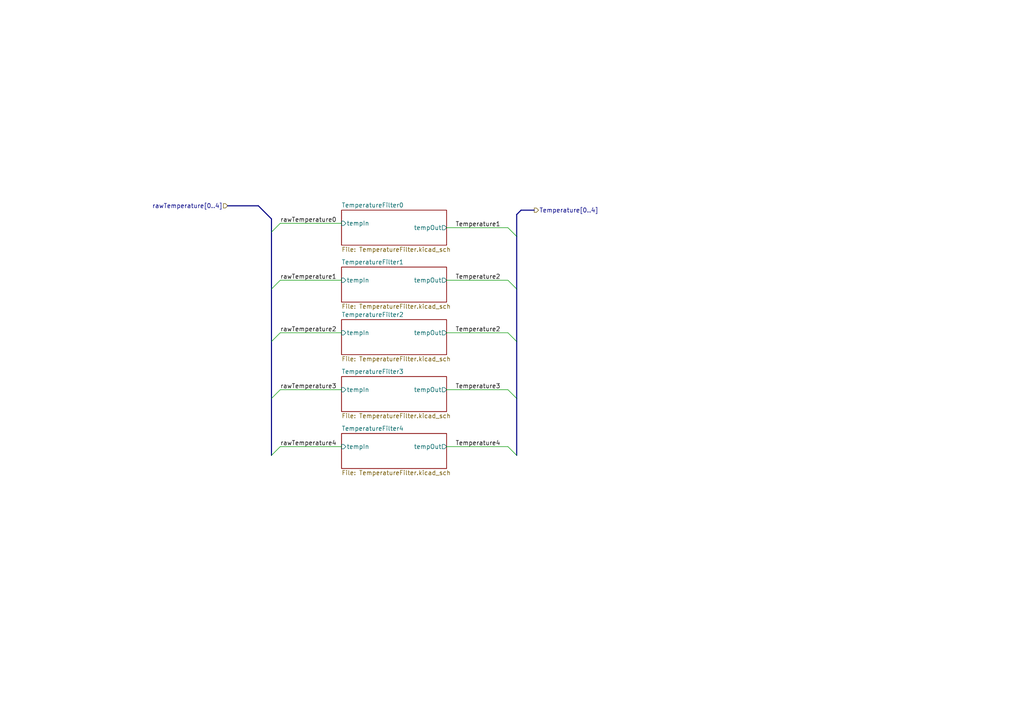
<source format=kicad_sch>
(kicad_sch
	(version 20250114)
	(generator "eeschema")
	(generator_version "9.0")
	(uuid "62f5d096-1c3b-473c-9490-20e328645474")
	(paper "A4")
	(lib_symbols)
	(bus_entry
		(at 78.74 99.06)
		(size 2.54 -2.54)
		(stroke
			(width 0)
			(type default)
		)
		(uuid "001bff1b-90d8-4ca5-b931-8297cd544f62")
	)
	(bus_entry
		(at 78.74 132.08)
		(size 2.54 -2.54)
		(stroke
			(width 0)
			(type default)
		)
		(uuid "1117d094-b8c6-4a01-ae12-76c1101ed50a")
	)
	(bus_entry
		(at 147.32 81.28)
		(size 2.54 2.54)
		(stroke
			(width 0)
			(type default)
		)
		(uuid "21d81c63-4e54-4d7b-a8ed-053e59975958")
	)
	(bus_entry
		(at 78.74 115.57)
		(size 2.54 -2.54)
		(stroke
			(width 0)
			(type default)
		)
		(uuid "2309bb34-a5f2-4e35-9b9d-a6a58734abbd")
	)
	(bus_entry
		(at 78.74 67.31)
		(size 2.54 -2.54)
		(stroke
			(width 0)
			(type default)
		)
		(uuid "52861a0e-b14c-4e71-86b9-5bab237f53cc")
	)
	(bus_entry
		(at 78.74 83.82)
		(size 2.54 -2.54)
		(stroke
			(width 0)
			(type default)
		)
		(uuid "5d2ea581-5a03-4687-bdf2-164692c46145")
	)
	(bus_entry
		(at 147.32 129.54)
		(size 2.54 2.54)
		(stroke
			(width 0)
			(type default)
		)
		(uuid "a01d41e3-7591-41cf-b896-e3de3beb7464")
	)
	(bus_entry
		(at 147.32 66.04)
		(size 2.54 2.54)
		(stroke
			(width 0)
			(type default)
		)
		(uuid "a12afb85-c0df-452f-96c8-becb2dd002f5")
	)
	(bus_entry
		(at 147.32 96.52)
		(size 2.54 2.54)
		(stroke
			(width 0)
			(type default)
		)
		(uuid "c6e52d2e-eaae-46d8-b7e9-fc848796e182")
	)
	(bus_entry
		(at 147.32 113.03)
		(size 2.54 2.54)
		(stroke
			(width 0)
			(type default)
		)
		(uuid "d9f40af1-aca8-4fb7-bef5-99302894a457")
	)
	(bus
		(pts
			(xy 149.86 62.23) (xy 151.13 60.96)
		)
		(stroke
			(width 0)
			(type default)
		)
		(uuid "0c2c0077-aa33-43c7-922f-e790f5c1f97c")
	)
	(bus
		(pts
			(xy 78.74 83.82) (xy 78.74 99.06)
		)
		(stroke
			(width 0)
			(type default)
		)
		(uuid "203aa79d-b39f-4e52-aef8-f63d2647778d")
	)
	(wire
		(pts
			(xy 129.54 81.28) (xy 147.32 81.28)
		)
		(stroke
			(width 0)
			(type default)
		)
		(uuid "2958e204-81ba-4e9d-9833-9253fffaa9d0")
	)
	(bus
		(pts
			(xy 78.74 99.06) (xy 78.74 115.57)
		)
		(stroke
			(width 0)
			(type default)
		)
		(uuid "2974ef1d-ecaa-42e3-b306-49bfe3fc6f0b")
	)
	(wire
		(pts
			(xy 129.54 113.03) (xy 147.32 113.03)
		)
		(stroke
			(width 0)
			(type default)
		)
		(uuid "3ed3e8a7-c476-443c-a05e-14dd174fb703")
	)
	(wire
		(pts
			(xy 129.54 96.52) (xy 147.32 96.52)
		)
		(stroke
			(width 0)
			(type default)
		)
		(uuid "3f27c20a-32d4-4541-a818-f5dcbd054a7e")
	)
	(bus
		(pts
			(xy 66.04 59.69) (xy 74.93 59.69)
		)
		(stroke
			(width 0)
			(type default)
		)
		(uuid "40176581-502d-4e16-8ffd-258a83fc1696")
	)
	(wire
		(pts
			(xy 81.28 129.54) (xy 99.06 129.54)
		)
		(stroke
			(width 0)
			(type default)
		)
		(uuid "410334e2-60ca-4e5c-9959-fb418c0cf552")
	)
	(bus
		(pts
			(xy 149.86 68.58) (xy 149.86 62.23)
		)
		(stroke
			(width 0)
			(type default)
		)
		(uuid "4f857810-aade-48c0-9e30-b3c45e057fdc")
	)
	(wire
		(pts
			(xy 81.28 113.03) (xy 99.06 113.03)
		)
		(stroke
			(width 0)
			(type default)
		)
		(uuid "73c37ee5-9e05-4d98-a8aa-d4699546570f")
	)
	(bus
		(pts
			(xy 149.86 115.57) (xy 149.86 99.06)
		)
		(stroke
			(width 0)
			(type default)
		)
		(uuid "7620af9c-175d-4ad0-8f6d-b6ffa52871ac")
	)
	(wire
		(pts
			(xy 81.28 96.52) (xy 99.06 96.52)
		)
		(stroke
			(width 0)
			(type default)
		)
		(uuid "76e8db9f-8055-4851-b5fa-aa0024a74f60")
	)
	(bus
		(pts
			(xy 74.93 59.69) (xy 78.74 63.5)
		)
		(stroke
			(width 0)
			(type default)
		)
		(uuid "7e118841-b397-429e-aaff-c3025a411126")
	)
	(bus
		(pts
			(xy 149.86 132.08) (xy 149.86 115.57)
		)
		(stroke
			(width 0)
			(type default)
		)
		(uuid "b075c97a-5a69-4811-8c39-e7c4c8f25a0d")
	)
	(wire
		(pts
			(xy 81.28 64.77) (xy 99.06 64.77)
		)
		(stroke
			(width 0)
			(type default)
		)
		(uuid "bd0afcdb-1c50-4d53-b854-ad17cebe0f1b")
	)
	(wire
		(pts
			(xy 81.28 81.28) (xy 99.06 81.28)
		)
		(stroke
			(width 0)
			(type default)
		)
		(uuid "be410a75-ff86-4feb-8a69-32b53b1b214d")
	)
	(bus
		(pts
			(xy 151.13 60.96) (xy 154.94 60.96)
		)
		(stroke
			(width 0)
			(type default)
		)
		(uuid "c0d8a73b-b3a6-4562-8fb8-f5c74554dbea")
	)
	(wire
		(pts
			(xy 129.54 66.04) (xy 147.32 66.04)
		)
		(stroke
			(width 0)
			(type default)
		)
		(uuid "cbe34194-9888-4ebd-b68f-e77cb15c6819")
	)
	(bus
		(pts
			(xy 149.86 99.06) (xy 149.86 83.82)
		)
		(stroke
			(width 0)
			(type default)
		)
		(uuid "cf910d5d-ac64-4741-a2d8-68b00bd6ed30")
	)
	(bus
		(pts
			(xy 78.74 115.57) (xy 78.74 132.08)
		)
		(stroke
			(width 0)
			(type default)
		)
		(uuid "d1ae39b3-199d-440c-8d2b-bd41bdb8c259")
	)
	(wire
		(pts
			(xy 129.54 129.54) (xy 147.32 129.54)
		)
		(stroke
			(width 0)
			(type default)
		)
		(uuid "e7545432-791a-41d9-afb7-b35369069bdd")
	)
	(bus
		(pts
			(xy 78.74 67.31) (xy 78.74 83.82)
		)
		(stroke
			(width 0)
			(type default)
		)
		(uuid "f8075956-6ded-46b3-b83c-b94fed9a07c6")
	)
	(bus
		(pts
			(xy 149.86 83.82) (xy 149.86 68.58)
		)
		(stroke
			(width 0)
			(type default)
		)
		(uuid "fab1c197-91c3-4e66-bb5b-ff0883830832")
	)
	(bus
		(pts
			(xy 78.74 63.5) (xy 78.74 67.31)
		)
		(stroke
			(width 0)
			(type default)
		)
		(uuid "fca2035a-ad78-4664-95c1-5ebc941d147b")
	)
	(label "Temperature1"
		(at 132.08 66.04 0)
		(effects
			(font
				(size 1.27 1.27)
			)
			(justify left bottom)
		)
		(uuid "0fa7f4cf-0c26-440b-9b78-8563fcac16fe")
	)
	(label "Temperature4"
		(at 132.08 129.54 0)
		(effects
			(font
				(size 1.27 1.27)
			)
			(justify left bottom)
		)
		(uuid "2dfb18d9-c1f9-41cc-a4ae-0620055f0acc")
	)
	(label "rawTemperature1"
		(at 81.28 81.28 0)
		(effects
			(font
				(size 1.27 1.27)
			)
			(justify left bottom)
		)
		(uuid "2e24adbc-9ecd-4b24-93ce-1f934d39ad31")
	)
	(label "rawTemperature3"
		(at 81.28 113.03 0)
		(effects
			(font
				(size 1.27 1.27)
			)
			(justify left bottom)
		)
		(uuid "30bc8292-be52-4117-925a-1be37a47b0bf")
	)
	(label "Temperature3"
		(at 132.08 113.03 0)
		(effects
			(font
				(size 1.27 1.27)
			)
			(justify left bottom)
		)
		(uuid "35f1e26f-e442-4c03-8092-8a7e2392c62f")
	)
	(label "Temperature2"
		(at 132.08 81.28 0)
		(effects
			(font
				(size 1.27 1.27)
			)
			(justify left bottom)
		)
		(uuid "3f4f7701-dfb2-45b3-8160-d2231cc55126")
	)
	(label "rawTemperature2"
		(at 81.28 96.52 0)
		(effects
			(font
				(size 1.27 1.27)
			)
			(justify left bottom)
		)
		(uuid "40d8ab1b-467c-4352-939b-f5a9fde45aa3")
	)
	(label "Temperature2"
		(at 132.08 96.52 0)
		(effects
			(font
				(size 1.27 1.27)
			)
			(justify left bottom)
		)
		(uuid "42a35195-3b46-46f5-9050-3d7b57c85715")
	)
	(label "rawTemperature0"
		(at 81.28 64.77 0)
		(effects
			(font
				(size 1.27 1.27)
			)
			(justify left bottom)
		)
		(uuid "445ded07-4631-4a2b-8929-b4b72104864f")
	)
	(label "rawTemperature4"
		(at 81.28 129.54 0)
		(effects
			(font
				(size 1.27 1.27)
			)
			(justify left bottom)
		)
		(uuid "eb31b15f-62c0-495a-8a5c-32b43c3a6c36")
	)
	(hierarchical_label "rawTemperature[0..4]"
		(shape input)
		(at 66.04 59.69 180)
		(effects
			(font
				(size 1.27 1.27)
			)
			(justify right)
		)
		(uuid "d8001107-83a4-4b9f-b9fe-788751a1bfdf")
	)
	(hierarchical_label "Temperature[0..4]"
		(shape output)
		(at 154.94 60.96 0)
		(effects
			(font
				(size 1.27 1.27)
			)
			(justify left)
		)
		(uuid "fe388794-8f81-4ee9-934c-0d6fb0570cbd")
	)
	(sheet
		(at 99.06 125.73)
		(size 30.48 10.16)
		(exclude_from_sim no)
		(in_bom yes)
		(on_board yes)
		(dnp no)
		(stroke
			(width 0.1524)
			(type solid)
		)
		(fill
			(color 0 0 0 0.0000)
		)
		(uuid "0071554d-4281-4843-9531-44fa66f109f1")
		(property "Sheetname" "TemperatureFilter4"
			(at 99.06 125.0184 0)
			(effects
				(font
					(size 1.27 1.27)
				)
				(justify left bottom)
			)
		)
		(property "Sheetfile" "TemperatureFilter.kicad_sch"
			(at 99.06 136.398 0)
			(effects
				(font
					(size 1.27 1.27)
				)
				(justify left top)
			)
		)
		(pin "tempIn" input
			(at 99.06 129.54 180)
			(uuid "a0221b42-22ff-4b70-81df-2a9bd367910d")
			(effects
				(font
					(size 1.27 1.27)
				)
				(justify left)
			)
		)
		(pin "tempOut" output
			(at 129.54 129.54 0)
			(uuid "b8746402-b8b3-4f71-b8ec-c7dad559597a")
			(effects
				(font
					(size 1.27 1.27)
				)
				(justify right)
			)
		)
		(instances
			(project "BPS-Voltage_Temp_Board"
				(path "/286f0d93-2a80-4abf-b115-d33410b730c4/b98a0b4d-b474-46e4-af8f-719e1bb91bc9"
					(page "11")
				)
			)
		)
	)
	(sheet
		(at 99.06 92.71)
		(size 30.48 10.16)
		(exclude_from_sim no)
		(in_bom yes)
		(on_board yes)
		(dnp no)
		(stroke
			(width 0.1524)
			(type solid)
		)
		(fill
			(color 0 0 0 0.0000)
		)
		(uuid "0b6a6f29-4cfd-471f-918e-165d9124c249")
		(property "Sheetname" "TemperatureFilter2"
			(at 99.06 91.9984 0)
			(effects
				(font
					(size 1.27 1.27)
				)
				(justify left bottom)
			)
		)
		(property "Sheetfile" "TemperatureFilter.kicad_sch"
			(at 99.06 103.378 0)
			(effects
				(font
					(size 1.27 1.27)
				)
				(justify left top)
			)
		)
		(pin "tempIn" input
			(at 99.06 96.52 180)
			(uuid "7adb1d04-8f05-48d8-971d-0746b2671960")
			(effects
				(font
					(size 1.27 1.27)
				)
				(justify left)
			)
		)
		(pin "tempOut" output
			(at 129.54 96.52 0)
			(uuid "a7de50c4-5373-4d4f-97b2-5fb3eb404071")
			(effects
				(font
					(size 1.27 1.27)
				)
				(justify right)
			)
		)
		(instances
			(project "BPS-Voltage_Temp_Board"
				(path "/286f0d93-2a80-4abf-b115-d33410b730c4/b98a0b4d-b474-46e4-af8f-719e1bb91bc9"
					(page "9")
				)
			)
		)
	)
	(sheet
		(at 99.06 60.96)
		(size 30.48 10.16)
		(exclude_from_sim no)
		(in_bom yes)
		(on_board yes)
		(dnp no)
		(stroke
			(width 0.1524)
			(type solid)
		)
		(fill
			(color 0 0 0 0.0000)
		)
		(uuid "305db25e-0e18-41b2-b157-490c9c9ed149")
		(property "Sheetname" "TemperatureFilter0"
			(at 99.06 60.2484 0)
			(effects
				(font
					(size 1.27 1.27)
				)
				(justify left bottom)
			)
		)
		(property "Sheetfile" "TemperatureFilter.kicad_sch"
			(at 99.06 71.628 0)
			(effects
				(font
					(size 1.27 1.27)
				)
				(justify left top)
			)
		)
		(pin "tempIn" input
			(at 99.06 64.77 180)
			(uuid "adc7b6b3-8022-4a3b-a820-f74ce690d7a3")
			(effects
				(font
					(size 1.27 1.27)
				)
				(justify left)
			)
		)
		(pin "tempOut" output
			(at 129.54 66.04 0)
			(uuid "f7f83c85-4cc2-441b-b185-ebf5ce12d875")
			(effects
				(font
					(size 1.27 1.27)
				)
				(justify right)
			)
		)
		(instances
			(project "BPS-Voltage_Temp_Board"
				(path "/286f0d93-2a80-4abf-b115-d33410b730c4/b98a0b4d-b474-46e4-af8f-719e1bb91bc9"
					(page "7")
				)
			)
		)
	)
	(sheet
		(at 99.06 109.22)
		(size 30.48 10.16)
		(exclude_from_sim no)
		(in_bom yes)
		(on_board yes)
		(dnp no)
		(stroke
			(width 0.1524)
			(type solid)
		)
		(fill
			(color 0 0 0 0.0000)
		)
		(uuid "4a5d6278-49ce-4bbe-b320-bfc4455852c3")
		(property "Sheetname" "TemperatureFilter3"
			(at 99.06 108.5084 0)
			(effects
				(font
					(size 1.27 1.27)
				)
				(justify left bottom)
			)
		)
		(property "Sheetfile" "TemperatureFilter.kicad_sch"
			(at 99.06 119.888 0)
			(effects
				(font
					(size 1.27 1.27)
				)
				(justify left top)
			)
		)
		(pin "tempIn" input
			(at 99.06 113.03 180)
			(uuid "5ae637f1-1692-4914-b10a-cf87abe2546c")
			(effects
				(font
					(size 1.27 1.27)
				)
				(justify left)
			)
		)
		(pin "tempOut" output
			(at 129.54 113.03 0)
			(uuid "0219981c-dff2-4333-93fb-687a5a89a61e")
			(effects
				(font
					(size 1.27 1.27)
				)
				(justify right)
			)
		)
		(instances
			(project "BPS-Voltage_Temp_Board"
				(path "/286f0d93-2a80-4abf-b115-d33410b730c4/b98a0b4d-b474-46e4-af8f-719e1bb91bc9"
					(page "10")
				)
			)
		)
	)
	(sheet
		(at 99.06 77.47)
		(size 30.48 10.16)
		(exclude_from_sim no)
		(in_bom yes)
		(on_board yes)
		(dnp no)
		(stroke
			(width 0.1524)
			(type solid)
		)
		(fill
			(color 0 0 0 0.0000)
		)
		(uuid "eab5a88a-8eae-40be-bde5-afb3b6331798")
		(property "Sheetname" "TemperatureFilter1"
			(at 99.06 76.7584 0)
			(effects
				(font
					(size 1.27 1.27)
				)
				(justify left bottom)
			)
		)
		(property "Sheetfile" "TemperatureFilter.kicad_sch"
			(at 99.06 88.138 0)
			(effects
				(font
					(size 1.27 1.27)
				)
				(justify left top)
			)
		)
		(pin "tempIn" input
			(at 99.06 81.28 180)
			(uuid "63c7f0f0-7b48-4295-bcb2-296fed60d177")
			(effects
				(font
					(size 1.27 1.27)
				)
				(justify left)
			)
		)
		(pin "tempOut" output
			(at 129.54 81.28 0)
			(uuid "ae151f31-2720-43e3-b1b0-38854c910be0")
			(effects
				(font
					(size 1.27 1.27)
				)
				(justify right)
			)
		)
		(instances
			(project "BPS-Voltage_Temp_Board"
				(path "/286f0d93-2a80-4abf-b115-d33410b730c4/b98a0b4d-b474-46e4-af8f-719e1bb91bc9"
					(page "8")
				)
			)
		)
	)
)

</source>
